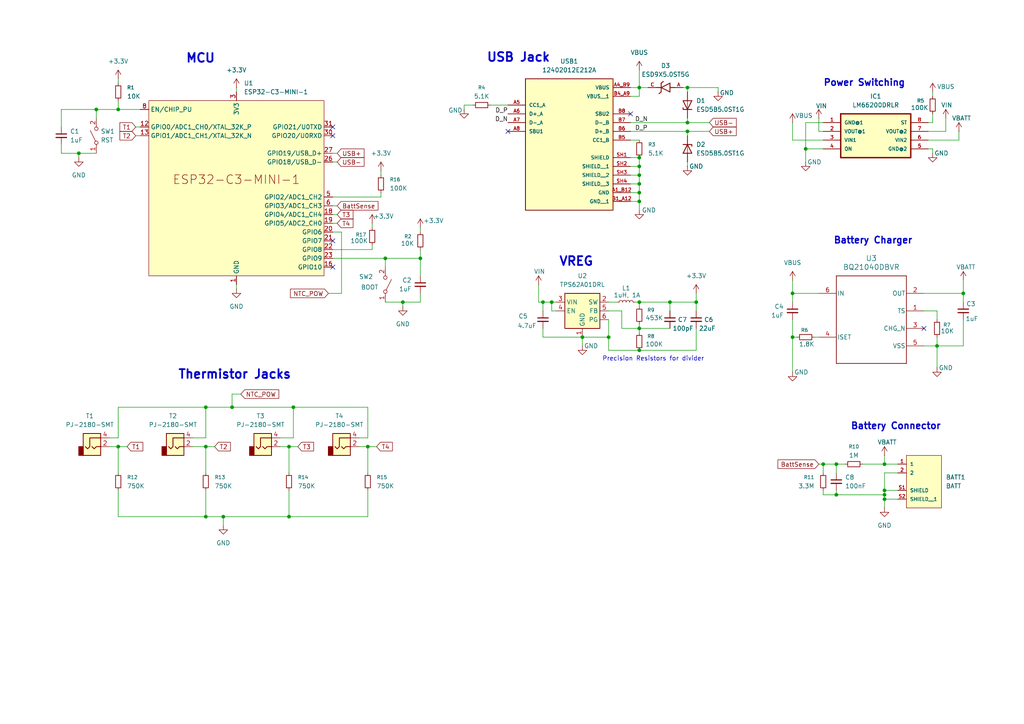
<source format=kicad_sch>
(kicad_sch (version 20250114) (generator "eeschema") (generator_version "9.0")
  (paper "A4")
  (lib_symbols
    (symbol "12402012E212A:12402012E212A" (pin_names (offset 1.016))
      (property "Reference" "J" (at -12.7 13.462 0))
      (property "Value" "12402012E212A" (at -12.7 -26.162 0))
      (symbol "12402012E212A_0_0"
        (rectangle (start -12.7 -25.4) (end 12.7 12.7) (stroke (width 0.254)) (fill (type background)))
        (pin bidirectional line (at -17.78 5.08 0) (length 5.08) (name "CC1_A") (number "A5"))
        (pin bidirectional line (at -17.78 2.54 0) (length 5.08) (name "D+_A") (number "A6"))
        (pin bidirectional line (at -17.78 0 0) (length 5.08) (name "D-_A") (number "A7"))
        (pin bidirectional line (at -17.78 -2.54 0) (length 5.08) (name "SBU1") (number "A8"))
        (pin power_in line (at 17.78 10.16 180) (length 5.08) (name "VBUS") (number "A4_B9"))
        (pin power_in line (at 17.78 7.62 180) (length 5.08) (name "VBUS__1") (number "B4_A9"))
        (pin bidirectional line (at 17.78 2.54 180) (length 5.08) (name "SBU2") (number "B8"))
        (pin bidirectional line (at 17.78 0 180) (length 5.08) (name "D-_B") (number "B7"))
        (pin bidirectional line (at 17.78 -2.54 180) (length 5.08) (name "D+_B") (number "B6"))
        (pin bidirectional line (at 17.78 -5.08 180) (length 5.08) (name "CC1_B") (number "B5"))
        (pin passive line (at 17.78 -10.16 180) (length 5.08) (name "SHIELD") (number "SH1"))
        (pin passive line (at 17.78 -12.7 180) (length 5.08) (name "SHIELD__1") (number "SH2"))
        (pin passive line (at 17.78 -15.24 180) (length 5.08) (name "SHIELD__2") (number "SH3"))
        (pin passive line (at 17.78 -17.78 180) (length 5.08) (name "SHIELD__3") (number "SH4"))
        (pin power_in line (at 17.78 -20.32 180) (length 5.08) (name "GND") (number "A1_B12"))
        (pin power_in line (at 17.78 -22.86 180) (length 5.08) (name "GND__1") (number "B1_A12"))
      )
    )
    (symbol "2025-09-29_23-17-21:BQ21040DBVR" (pin_names (offset 0.254))
      (property "Reference" "U" (at 0 2.54 0))
      (property "Value" "BQ21040DBVR" (at 0 0 0))
      (symbol "BQ21040DBVR_0_1"
        (polyline (pts (xy -10.16 12.7) (xy -10.16 -12.7)) (stroke (width 0.2032)))
        (polyline (pts (xy -10.16 -12.7) (xy 10.16 -12.7)) (stroke (width 0.2032)))
        (polyline (pts (xy 10.16 12.7) (xy -10.16 12.7)) (stroke (width 0.2032)))
        (polyline (pts (xy 10.16 -12.7) (xy 10.16 12.7)) (stroke (width 0.2032)))
        (pin power_in line (at -15.24 7.62 0) (length 5.08) (name "IN") (number "6"))
        (pin input line (at -15.24 -5.08 0) (length 5.08) (name "ISET") (number "4"))
        (pin power_in line (at 15.24 7.62 180) (length 5.08) (name "OUT") (number "2"))
        (pin input line (at 15.24 2.54 180) (length 5.08) (name "TS") (number "1"))
        (pin open_collector line (at 15.24 -2.54 180) (length 5.08) (name "CHG_N") (number "3"))
        (pin power_in line (at 15.24 -7.62 180) (length 5.08) (name "VSS") (number "5"))
      )
    )
    (symbol "AudioJack2_1"
      (property "Reference" "T1" (at -0.635 8.89 0))
      (property "Value" "PJ-2180-SMT" (at -0.635 6.35 0))
      (symbol "AudioJack2_1_0_1"
        (rectangle (start -3.81 0) (end -2.54 -2.54) (stroke (width 0.254)) (fill (type outline)))
        (rectangle (start -2.54 3.81) (end 2.54 -2.54) (stroke (width 0.254)) (fill (type background)))
        (polyline (pts (xy 0 0) (xy 0.635 -0.635) (xy 1.27 0) (xy 2.54 0)) (stroke (width 0.254)))
        (polyline (pts (xy 2.54 2.54) (xy -0.635 2.54) (xy -0.635 0) (xy -1.27 -0.635) (xy -1.905 0)) (stroke (width 0.254)))
      )
      (symbol "AudioJack2_1_1_1"
        (pin passive line (at 5.08 2.54 180) (length 2.54) (name "~") (number "4"))
        (pin passive line (at 5.08 0 180) (length 2.54) (name "~") (number "2"))
      )
    )
    (symbol "Device:C_Small" (pin_numbers (hide yes)) (pin_names (offset 0.254) (hide yes))
      (property "Reference" "C" (at 0.254 1.778 0))
      (property "Value" "C_Small" (at 0.254 -2.032 0))
      (symbol "C_Small_0_1"
        (polyline (pts (xy -1.524 0.508) (xy 1.524 0.508)) (stroke (width 0.3048)))
        (polyline (pts (xy -1.524 -0.508) (xy 1.524 -0.508)) (stroke (width 0.3302)))
      )
      (symbol "C_Small_1_1"
        (pin passive line (at 0 2.54 270) (length 2.032) (name "~") (number "1"))
        (pin passive line (at 0 -2.54 90) (length 2.032) (name "~") (number "2"))
      )
    )
    (symbol "Device:L_Small" (pin_numbers (hide yes)) (pin_names (offset 0.254) (hide yes))
      (property "Reference" "L" (at 0.762 1.016 0))
      (property "Value" "L_Small" (at 0.762 -1.016 0))
      (symbol "L_Small_0_1"
        (arc (start 0 2.032) (mid 0.5058 1.524) (end 0 1.016))
        (arc (start 0 1.016) (mid 0.5058 0.508) (end 0 0))
        (arc (start 0 0) (mid 0.5058 -0.508) (end 0 -1.016))
        (arc (start 0 -1.016) (mid 0.5058 -1.524) (end 0 -2.032))
      )
      (symbol "L_Small_1_1"
        (pin passive line (at 0 2.54 270) (length 0.508) (name "~") (number "1"))
        (pin passive line (at 0 -2.54 90) (length 0.508) (name "~") (number "2"))
      )
    )
    (symbol "Device:R_Small" (pin_numbers (hide yes)) (pin_names (offset 0.254) (hide yes))
      (property "Reference" "R" (at 0 0 90))
      (property "Value" "R_Small" (at 1.778 0 90))
      (symbol "R_Small_0_1"
        (rectangle (start -0.762 1.778) (end 0.762 -1.778) (stroke (width 0.2032)))
      )
      (symbol "R_Small_1_1"
        (pin passive line (at 0 2.54 270) (length 0.762) (name "~") (number "1"))
        (pin passive line (at 0 -2.54 90) (length 0.762) (name "~") (number "2"))
      )
    )
    (symbol "Diode:ESD5Zxx" (pin_numbers (hide yes)) (pin_names (hide yes))
      (property "Reference" "D" (at 0 2.54 0))
      (property "Value" "ESD5Zxx" (at 0 -2.54 0))
      (symbol "ESD5Zxx_0_1"
        (polyline (pts (xy -1.27 -1.27) (xy -1.27 1.27) (xy -0.762 1.27)) (stroke (width 0.254)))
        (polyline (pts (xy 1.27 0) (xy -1.27 0)))
        (polyline (pts (xy 1.27 -1.27) (xy 1.27 1.27) (xy -1.27 0) (xy 1.27 -1.27)) (stroke (width 0.254)))
      )
      (symbol "ESD5Zxx_1_1"
        (pin passive line (at -3.81 0 0) (length 2.54) (name "K") (number "1"))
        (pin passive line (at 3.81 0 180) (length 2.54) (name "A") (number "2"))
      )
    )
    (symbol "ESD9X5.0ST5G:ESD9X5.0ST5G" (pin_names (offset 1.016))
      (property "Reference" "D" (at -5.08 2.54 0))
      (property "Value" "ESD9X5.0ST5G" (at -5.08 -3.81 0))
      (symbol "ESD9X5.0ST5G_0_0"
        (polyline (pts (xy -2.54 0) (xy -1.27 0)) (stroke (width 0.254)))
        (polyline (pts (xy -1.27 1.27) (xy -1.27 0)) (stroke (width 0.254)))
        (polyline (pts (xy -1.27 0) (xy -1.27 -1.27)) (stroke (width 0.254)))
        (polyline (pts (xy -1.27 -1.27) (xy 1.27 0)) (stroke (width 0.254)))
        (polyline (pts (xy 1.27 1.27) (xy 1.27 0)) (stroke (width 0.254)))
        (polyline (pts (xy 1.27 0) (xy -1.27 1.27)) (stroke (width 0.254)))
        (polyline (pts (xy 1.27 0) (xy 1.27 -1.27)) (stroke (width 0.254)))
        (polyline (pts (xy 1.27 -1.27) (xy 0.635 -1.778)) (stroke (width 0.254)))
        (polyline (pts (xy 1.905 1.778) (xy 1.27 1.27)) (stroke (width 0.254)))
        (polyline (pts (xy 2.54 0) (xy 1.27 0)) (stroke (width 0.254)))
        (pin passive line (at -5.08 0 0) (length 2.54) (name "~") (number "A"))
        (pin passive line (at 5.08 0 180) (length 2.54) (name "~") (number "C"))
      )
    )
    (symbol "Espressif:ESP32-C3-MINI-1"
      (property "Reference" "U" (at -25.4 30.48 0))
      (property "Value" "ESP32-C3-MINI-1" (at -25.4 27.94 0))
      (symbol "ESP32-C3-MINI-1_0_0"
        (text "ESP32-C3-MINI-1" (at 0 2.54 0) (effects (font (size 2.54 2.54))))
      )
      (symbol "ESP32-C3-MINI-1_0_1"
        (rectangle (start -25.4 25.4) (end 25.4 -25.4) (fill (type background)))
      )
      (symbol "ESP32-C3-MINI-1_1_1"
        (pin input line (at -27.94 22.86 0) (length 2.54) (name "EN/CHIP_PU") (number "8"))
        (pin bidirectional line (at -27.94 17.78 0) (length 2.54) (name "GPIO0/ADC1_CH0/XTAL_32K_P") (number "12"))
        (pin bidirectional line (at -27.94 15.24 0) (length 2.54) (name "GPIO1/ADC1_CH1/XTAL_32K_N") (number "13"))
        (pin no_connect line (at -25.4 10.16 0) (length 2.54) (hide yes) (name "NC") (number "4"))
        (pin no_connect line (at -25.4 7.62 0) (length 2.54) (hide yes) (name "NC") (number "7"))
        (pin no_connect line (at -25.4 5.08 0) (length 2.54) (hide yes) (name "NC") (number "9"))
        (pin no_connect line (at -25.4 2.54 0) (length 2.54) (hide yes) (name "NC") (number "10"))
        (pin no_connect line (at -25.4 0 0) (length 2.54) (hide yes) (name "NC") (number "15"))
        (pin no_connect line (at -25.4 -2.54 0) (length 2.54) (hide yes) (name "NC") (number "17"))
        (pin no_connect line (at -25.4 -5.08 0) (length 2.54) (hide yes) (name "NC") (number "24"))
        (pin no_connect line (at -25.4 -7.62 0) (length 2.54) (hide yes) (name "NC") (number "25"))
        (pin no_connect line (at -25.4 -10.16 0) (length 2.54) (hide yes) (name "NC") (number "28"))
        (pin no_connect line (at -25.4 -12.7 0) (length 2.54) (hide yes) (name "NC") (number "29"))
        (pin no_connect line (at -25.4 -15.24 0) (length 2.54) (hide yes) (name "NC") (number "32"))
        (pin no_connect line (at -25.4 -17.78 0) (length 2.54) (hide yes) (name "NC") (number "33"))
        (pin no_connect line (at -25.4 -20.32 0) (length 2.54) (hide yes) (name "NC") (number "34"))
        (pin no_connect line (at -25.4 -22.86 0) (length 2.54) (hide yes) (name "NC") (number "35"))
        (pin power_in line (at 0 27.94 270) (length 2.54) (name "3V3") (number "3"))
        (pin power_in line (at 0 -27.94 90) (length 2.54) (name "GND") (number "1"))
        (pin passive line (at 0 -27.94 90) (length 2.54) (hide yes) (name "GND") (number "11"))
        (pin passive line (at 0 -27.94 90) (length 2.54) (hide yes) (name "GND") (number "14"))
        (pin passive line (at 0 -27.94 90) (length 2.54) (hide yes) (name "GND") (number "2"))
        (pin passive line (at 0 -27.94 90) (length 2.54) (hide yes) (name "GND") (number "36"))
        (pin passive line (at 0 -27.94 90) (length 2.54) (hide yes) (name "GND") (number "37"))
        (pin passive line (at 0 -27.94 90) (length 2.54) (hide yes) (name "GND") (number "38"))
        (pin passive line (at 0 -27.94 90) (length 2.54) (hide yes) (name "GND") (number "39"))
        (pin passive line (at 0 -27.94 90) (length 2.54) (hide yes) (name "GND") (number "40"))
        (pin passive line (at 0 -27.94 90) (length 2.54) (hide yes) (name "GND") (number "41"))
        (pin passive line (at 0 -27.94 90) (length 2.54) (hide yes) (name "GND") (number "42"))
        (pin passive line (at 0 -27.94 90) (length 2.54) (hide yes) (name "GND") (number "43"))
        (pin passive line (at 0 -27.94 90) (length 2.54) (hide yes) (name "GND") (number "44"))
        (pin passive line (at 0 -27.94 90) (length 2.54) (hide yes) (name "GND") (number "45"))
        (pin passive line (at 0 -27.94 90) (length 2.54) (hide yes) (name "GND") (number "46"))
        (pin passive line (at 0 -27.94 90) (length 2.54) (hide yes) (name "GND") (number "47"))
        (pin passive line (at 0 -27.94 90) (length 2.54) (hide yes) (name "GND") (number "48"))
        (pin passive line (at 0 -27.94 90) (length 2.54) (hide yes) (name "GND") (number "49"))
        (pin passive line (at 0 -27.94 90) (length 2.54) (hide yes) (name "GND") (number "50"))
        (pin passive line (at 0 -27.94 90) (length 2.54) (hide yes) (name "GND") (number "51"))
        (pin passive line (at 0 -27.94 90) (length 2.54) (hide yes) (name "GND") (number "52"))
        (pin passive line (at 0 -27.94 90) (length 2.54) (hide yes) (name "GND") (number "53"))
        (pin bidirectional line (at 27.94 17.78 180) (length 2.54) (name "GPIO21/U0TXD") (number "31"))
        (pin bidirectional line (at 27.94 15.24 180) (length 2.54) (name "GPIO20/U0RXD") (number "30"))
        (pin bidirectional line (at 27.94 10.16 180) (length 2.54) (name "GPIO19/USB_D+") (number "27"))
        (pin bidirectional line (at 27.94 7.62 180) (length 2.54) (name "GPIO18/USB_D-") (number "26"))
        (pin bidirectional line (at 27.94 -2.54 180) (length 2.54) (name "GPIO2/ADC1_CH2") (number "5"))
        (pin bidirectional line (at 27.94 -5.08 180) (length 2.54) (name "GPIO3/ADC1_CH3") (number "6"))
        (pin bidirectional line (at 27.94 -7.62 180) (length 2.54) (name "GPIO4/ADC1_CH4") (number "18"))
        (pin bidirectional line (at 27.94 -10.16 180) (length 2.54) (name "GPIO5/ADC2_CH0") (number "19"))
        (pin bidirectional line (at 27.94 -12.7 180) (length 2.54) (name "GPIO6") (number "20"))
        (pin bidirectional line (at 27.94 -15.24 180) (length 2.54) (name "GPIO7") (number "21"))
        (pin bidirectional line (at 27.94 -17.78 180) (length 2.54) (name "GPIO8") (number "22"))
        (pin bidirectional line (at 27.94 -20.32 180) (length 2.54) (name "GPIO9") (number "23"))
        (pin bidirectional line (at 27.94 -22.86 180) (length 2.54) (name "GPIO10") (number "16"))
      )
    )
    (symbol "LM66200DRLR:LM66200DRLR" (pin_names (offset 1.016))
      (property "Reference" "IC" (at -10.16 8.255 0))
      (property "Value" "LM66200DRLR" (at -10.16 -7.62 0))
      (symbol "LM66200DRLR_0_0"
        (rectangle (start -10.16 -5.08) (end 10.16 7.62) (stroke (width 0.4064)) (fill (type background)))
        (pin passive line (at -15.24 5.08 0) (length 5.08) (name "GND@1") (number "1"))
        (pin passive line (at -15.24 2.54 0) (length 5.08) (name "VOUT@1") (number "2"))
        (pin passive line (at -15.24 0 0) (length 5.08) (name "VIN1") (number "3"))
        (pin passive line (at -15.24 -2.54 0) (length 5.08) (name "ON") (number "4"))
        (pin passive line (at 15.24 5.08 180) (length 5.08) (name "ST") (number "8"))
        (pin passive line (at 15.24 2.54 180) (length 5.08) (name "VOUT@2") (number "7"))
        (pin passive line (at 15.24 0 180) (length 5.08) (name "VIN2") (number "6"))
        (pin passive line (at 15.24 -2.54 180) (length 5.08) (name "GND@2") (number "5"))
      )
    )
    (symbol "Regulator_Switching:TPS62A01DRL"
      (property "Reference" "U" (at -5.08 6.35 0))
      (property "Value" "TPS62A01DRL" (at 0 6.35 0))
      (symbol "TPS62A01DRL_0_1"
        (rectangle (start -5.08 5.08) (end 5.08 -5.08) (stroke (width 0.254)) (fill (type background)))
      )
      (symbol "TPS62A01DRL_1_1"
        (pin power_in line (at -7.62 2.54 0) (length 2.54) (name "VIN") (number "3"))
        (pin input line (at -7.62 0 0) (length 2.54) (name "EN") (number "4"))
        (pin power_in line (at 0 -7.62 90) (length 2.54) (name "GND") (number "1"))
        (pin power_out line (at 7.62 2.54 180) (length 2.54) (name "SW") (number "2"))
        (pin input line (at 7.62 0 180) (length 2.54) (name "FB") (number "5"))
        (pin open_collector line (at 7.62 -2.54 180) (length 2.54) (name "PG") (number "6"))
      )
    )
    (symbol "S2B-PH-SM4-TB_LF__SN_:S2B-PH-SM4-TB_LF__SN_" (pin_names (offset 1.016))
      (property "Reference" "J" (at -5.0829 5.5957 0))
      (property "Value" "S2B-PH-SM4-TB_LF__SN_" (at -5.0881 -11.9627 0))
      (symbol "S2B-PH-SM4-TB_LF__SN__0_0"
        (rectangle (start -5.08 -10.16) (end 5.08 5.08) (stroke (width 0.1524)) (fill (type background)))
        (pin passive line (at -7.62 2.54 0) (length 2.54) (name "1") (number "1"))
        (pin passive line (at -7.62 0 0) (length 2.54) (name "2") (number "2"))
        (pin passive line (at -7.62 -5.08 0) (length 2.54) (name "SHIELD") (number "S1"))
        (pin passive line (at -7.62 -7.62 0) (length 2.54) (name "SHIELD__1") (number "S2"))
      )
    )
    (symbol "Switch:SW_SPST" (pin_names (offset 0) (hide yes))
      (property "Reference" "SW" (at 0 3.175 0))
      (property "Value" "SW_SPST" (at 0 -2.54 0))
      (symbol "SW_SPST_0_0"
        (circle (center -2.032 0) (radius 0.508))
        (polyline (pts (xy -1.524 0.254) (xy 1.524 1.778)))
        (circle (center 2.032 0) (radius 0.508))
      )
      (symbol "SW_SPST_1_1"
        (pin passive line (at -5.08 0 0) (length 2.54) (name "A") (number "1"))
        (pin passive line (at 5.08 0 180) (length 2.54) (name "B") (number "2"))
      )
    )
    (symbol "power:+3.3V" (power) (pin_numbers (hide yes)) (pin_names (offset 0) (hide yes))
      (property "Value" "+3.3V" (at 0 3.556 0))
      (symbol "+3.3V_0_1"
        (polyline (pts (xy -0.762 1.27) (xy 0 2.54)))
        (polyline (pts (xy 0 2.54) (xy 0.762 1.27)))
        (polyline (pts (xy 0 0) (xy 0 2.54)))
      )
      (symbol "+3.3V_1_1"
        (pin power_in line (at 0 0 90) (length 0) (name "~") (number "1"))
      )
    )
    (symbol "power:GND" (power) (pin_numbers (hide yes)) (pin_names (offset 0) (hide yes))
      (property "Value" "GND" (at 0 -3.81 0))
      (symbol "GND_0_1"
        (polyline (pts (xy 0 0) (xy 0 -1.27) (xy 1.27 -1.27) (xy 0 -2.54) (xy -1.27 -1.27) (xy 0 -1.27)))
      )
      (symbol "GND_1_1"
        (pin power_in line (at 0 0 270) (length 0) (name "~") (number "1"))
      )
    )
    (symbol "power:VBUS" (power) (pin_numbers (hide yes)) (pin_names (offset 0) (hide yes))
      (property "Value" "VBUS" (at 0 3.556 0))
      (symbol "VBUS_0_1"
        (polyline (pts (xy -0.762 1.27) (xy 0 2.54)))
        (polyline (pts (xy 0 2.54) (xy 0.762 1.27)))
        (polyline (pts (xy 0 0) (xy 0 2.54)))
      )
      (symbol "VBUS_1_1"
        (pin power_in line (at 0 0 90) (length 0) (name "~") (number "1"))
      )
    )
    (symbol "power:VDD" (power) (pin_numbers (hide yes)) (pin_names (offset 0) (hide yes))
      (property "Value" "VDD" (at 0 3.556 0))
      (symbol "VDD_0_1"
        (polyline (pts (xy -0.762 1.27) (xy 0 2.54)))
        (polyline (pts (xy 0 2.54) (xy 0.762 1.27)))
        (polyline (pts (xy 0 0) (xy 0 2.54)))
      )
      (symbol "VDD_1_1"
        (pin power_in line (at 0 0 90) (length 0) (name "~") (number "1"))
      )
    )
  )
  (text "Thermistor Jacks" (at 68.072 108.712 0) (effects (font (size 2.54 2.54) (thickness 0.508) (bold yes))))
  (text "USB Jack" (at 150.368 16.764 0) (effects (font (size 2.54 2.54) (thickness 0.508) (bold yes))))
  (text "Battery Charger" (at 253.238 69.85 0) (effects (font (size 1.905 1.905) (thickness 0.381) (bold yes))))
  (text "VREG" (at 167.132 75.946 0) (effects (font (size 2.54 2.54) (thickness 0.508) (bold yes))))
  (text "MCU" (at 58.166 17.018 0) (effects (font (size 2.54 2.54) (thickness 0.508) (bold yes))))
  (text "Battery Connector" (at 259.842 123.698 0) (effects (font (size 1.905 1.905) (thickness 0.381) (bold yes))))
  (text "Precision Resistors for divider" (at 189.484 104.14 0) (effects (font (size 1.27 1.27))))
  (text "Power Switching\n" (at 250.698 24.13 0) (effects (font (size 1.905 1.905) (thickness 0.381) (bold yes))))
  (junction (at 279.4 85.09))
  (junction (at 27.94 31.75))
  (junction (at 157.48 87.63))
  (junction (at 242.57 134.62))
  (junction (at 199.39 35.56))
  (junction (at 185.42 48.26))
  (junction (at 185.42 58.42))
  (junction (at 238.76 134.62))
  (junction (at 185.42 95.25))
  (junction (at 199.39 38.1))
  (junction (at 67.31 118.11))
  (junction (at 176.53 97.79))
  (junction (at 256.54 144.78))
  (junction (at 229.87 97.79))
  (junction (at 185.42 45.72))
  (junction (at 256.54 143.51))
  (junction (at 185.42 25.4))
  (junction (at 111.76 74.93))
  (junction (at 185.42 53.34))
  (junction (at 85.09 118.11))
  (junction (at 185.42 50.8))
  (junction (at 242.57 143.51))
  (junction (at 83.82 149.86))
  (junction (at 121.92 74.93))
  (junction (at 59.69 149.86))
  (junction (at 168.91 97.79))
  (junction (at 64.77 149.86))
  (junction (at 194.31 87.63))
  (junction (at 59.69 129.54))
  (junction (at 201.93 87.63))
  (junction (at 34.29 31.75))
  (junction (at 116.84 87.63))
  (junction (at 106.68 129.54))
  (junction (at 233.68 43.18))
  (junction (at 256.54 142.24))
  (junction (at 83.82 129.54))
  (junction (at 59.69 118.11))
  (junction (at 256.54 134.62))
  (junction (at 271.78 100.33))
  (junction (at 199.39 25.4))
  (junction (at 185.42 101.6))
  (junction (at 160.02 87.63))
  (junction (at 22.86 44.45))
  (junction (at 34.29 129.54))
  (junction (at 185.42 87.63))
  (junction (at 229.87 85.09))
  (junction (at 185.42 55.88))
  (no_connect (at 182.88 33.02))
  (no_connect (at 96.52 39.37))
  (no_connect (at 96.52 36.83))
  (no_connect (at 267.97 95.25))
  (no_connect (at 147.32 38.1))
  (no_connect (at 96.52 77.47))
  (no_connect (at 96.52 69.85))
  (wire (pts (xy 55.88 129.54) (xy 59.69 129.54)))
  (wire (pts (xy 182.88 58.42) (xy 185.42 58.42)))
  (wire (pts (xy 238.76 143.51) (xy 242.57 143.51)))
  (wire (pts (xy 64.77 149.86) (xy 64.77 152.4)))
  (wire (pts (xy 270.51 35.56) (xy 269.24 35.56)))
  (wire (pts (xy 176.53 90.17) (xy 180.34 90.17)))
  (wire (pts (xy 237.49 38.1) (xy 238.76 38.1)))
  (wire (pts (xy 176.53 101.6) (xy 185.42 101.6)))
  (wire (pts (xy 269.24 43.18) (xy 270.51 43.18)))
  (wire (pts (xy 96.52 62.23) (xy 97.79 62.23)))
  (wire (pts (xy 59.69 118.11) (xy 67.31 118.11)))
  (wire (pts (xy 85.09 118.11) (xy 106.68 118.11)))
  (wire (pts (xy 185.42 95.25) (xy 194.31 95.25)))
  (wire (pts (xy 34.29 149.86) (xy 59.69 149.86)))
  (wire (pts (xy 229.87 85.09) (xy 237.49 85.09)))
  (wire (pts (xy 185.42 87.63) (xy 194.31 87.63)))
  (wire (pts (xy 81.28 129.54) (xy 83.82 129.54)))
  (wire (pts (xy 116.84 87.63) (xy 116.84 88.9)))
  (wire (pts (xy 279.4 81.28) (xy 279.4 85.09)))
  (wire (pts (xy 111.76 74.93) (xy 121.92 74.93)))
  (wire (pts (xy 256.54 134.62) (xy 260.35 134.62)))
  (wire (pts (xy 185.42 25.4) (xy 187.96 25.4)))
  (wire (pts (xy 260.35 137.16) (xy 256.54 137.16)))
  (wire (pts (xy 237.49 34.29) (xy 237.49 38.1)))
  (wire (pts (xy 233.68 43.18) (xy 238.76 43.18)))
  (wire (pts (xy 267.97 100.33) (xy 271.78 100.33)))
  (wire (pts (xy 185.42 87.63) (xy 185.42 88.9)))
  (wire (pts (xy 121.92 72.39) (xy 121.92 74.93)))
  (wire (pts (xy 83.82 142.24) (xy 83.82 149.86)))
  (wire (pts (xy 236.22 97.79) (xy 237.49 97.79)))
  (wire (pts (xy 229.87 97.79) (xy 231.14 97.79)))
  (wire (pts (xy 274.32 34.29) (xy 274.32 38.1)))
  (wire (pts (xy 199.39 38.1) (xy 205.74 38.1)))
  (wire (pts (xy 176.53 87.63) (xy 179.07 87.63)))
  (wire (pts (xy 96.52 44.45) (xy 97.79 44.45)))
  (wire (pts (xy 17.78 31.75) (xy 27.94 31.75)))
  (wire (pts (xy 31.75 127) (xy 34.29 127)))
  (wire (pts (xy 182.88 55.88) (xy 185.42 55.88)))
  (wire (pts (xy 182.88 45.72) (xy 185.42 45.72)))
  (wire (pts (xy 106.68 129.54) (xy 106.68 137.16)))
  (wire (pts (xy 238.76 137.16) (xy 238.76 134.62)))
  (wire (pts (xy 59.69 142.24) (xy 59.69 149.86)))
  (wire (pts (xy 267.97 90.17) (xy 271.78 90.17)))
  (wire (pts (xy 157.48 97.79) (xy 168.91 97.79)))
  (wire (pts (xy 106.68 127) (xy 104.14 127)))
  (wire (pts (xy 17.78 36.83) (xy 17.78 31.75)))
  (wire (pts (xy 96.52 64.77) (xy 97.79 64.77)))
  (wire (pts (xy 59.69 127) (xy 59.69 118.11)))
  (wire (pts (xy 59.69 149.86) (xy 64.77 149.86)))
  (wire (pts (xy 182.88 38.1) (xy 199.39 38.1)))
  (wire (pts (xy 111.76 74.93) (xy 111.76 77.47)))
  (wire (pts (xy 107.95 64.77) (xy 107.95 66.04)))
  (wire (pts (xy 182.88 35.56) (xy 199.39 35.56)))
  (wire (pts (xy 278.13 40.64) (xy 269.24 40.64)))
  (wire (pts (xy 180.34 95.25) (xy 185.42 95.25)))
  (wire (pts (xy 64.77 149.86) (xy 83.82 149.86)))
  (wire (pts (xy 185.42 50.8) (xy 185.42 53.34)))
  (wire (pts (xy 104.14 129.54) (xy 106.68 129.54)))
  (wire (pts (xy 185.42 45.72) (xy 185.42 48.26)))
  (wire (pts (xy 185.42 93.98) (xy 185.42 95.25)))
  (wire (pts (xy 34.29 127) (xy 34.29 118.11)))
  (wire (pts (xy 156.21 87.63) (xy 157.48 87.63)))
  (wire (pts (xy 199.39 35.56) (xy 205.74 35.56)))
  (wire (pts (xy 185.42 55.88) (xy 185.42 58.42)))
  (wire (pts (xy 229.87 92.71) (xy 229.87 97.79)))
  (wire (pts (xy 237.49 134.62) (xy 238.76 134.62)))
  (wire (pts (xy 271.78 100.33) (xy 271.78 106.68)))
  (wire (pts (xy 55.88 127) (xy 59.69 127)))
  (wire (pts (xy 31.75 129.54) (xy 34.29 129.54)))
  (wire (pts (xy 184.15 87.63) (xy 185.42 87.63)))
  (wire (pts (xy 185.42 20.32) (xy 185.42 25.4)))
  (wire (pts (xy 199.39 34.29) (xy 199.39 35.56)))
  (wire (pts (xy 182.88 50.8) (xy 185.42 50.8)))
  (wire (pts (xy 34.29 118.11) (xy 59.69 118.11)))
  (wire (pts (xy 194.31 87.63) (xy 194.31 90.17)))
  (wire (pts (xy 208.28 26.67) (xy 208.28 25.4)))
  (wire (pts (xy 250.19 134.62) (xy 256.54 134.62)))
  (wire (pts (xy 111.76 87.63) (xy 116.84 87.63)))
  (wire (pts (xy 238.76 134.62) (xy 242.57 134.62)))
  (wire (pts (xy 83.82 129.54) (xy 86.36 129.54)))
  (wire (pts (xy 59.69 129.54) (xy 62.23 129.54)))
  (wire (pts (xy 279.4 100.33) (xy 271.78 100.33)))
  (wire (pts (xy 256.54 142.24) (xy 260.35 142.24)))
  (wire (pts (xy 22.86 44.45) (xy 22.86 45.72)))
  (wire (pts (xy 176.53 97.79) (xy 176.53 92.71)))
  (wire (pts (xy 27.94 31.75) (xy 27.94 34.29)))
  (wire (pts (xy 39.37 36.83) (xy 40.64 36.83)))
  (wire (pts (xy 267.97 85.09) (xy 279.4 85.09)))
  (wire (pts (xy 176.53 101.6) (xy 176.53 97.79)))
  (wire (pts (xy 156.21 82.55) (xy 156.21 87.63)))
  (wire (pts (xy 256.54 142.24) (xy 256.54 143.51)))
  (wire (pts (xy 106.68 142.24) (xy 106.68 149.86)))
  (wire (pts (xy 229.87 87.63) (xy 229.87 85.09)))
  (wire (pts (xy 201.93 87.63) (xy 201.93 85.09)))
  (wire (pts (xy 121.92 85.09) (xy 121.92 87.63)))
  (wire (pts (xy 242.57 134.62) (xy 245.11 134.62)))
  (wire (pts (xy 201.93 87.63) (xy 201.93 90.17)))
  (wire (pts (xy 242.57 143.51) (xy 256.54 143.51)))
  (wire (pts (xy 278.13 38.1) (xy 278.13 40.64)))
  (wire (pts (xy 157.48 87.63) (xy 160.02 87.63)))
  (wire (pts (xy 34.29 129.54) (xy 36.83 129.54)))
  (wire (pts (xy 199.39 25.4) (xy 199.39 26.67)))
  (wire (pts (xy 99.06 85.09) (xy 99.06 67.31)))
  (wire (pts (xy 69.85 114.3) (xy 67.31 114.3)))
  (wire (pts (xy 34.29 29.21) (xy 34.29 31.75)))
  (wire (pts (xy 229.87 97.79) (xy 229.87 107.95)))
  (wire (pts (xy 134.62 31.75) (xy 134.62 30.48)))
  (wire (pts (xy 17.78 44.45) (xy 22.86 44.45)))
  (wire (pts (xy 40.64 31.75) (xy 34.29 31.75)))
  (wire (pts (xy 34.29 129.54) (xy 34.29 137.16)))
  (wire (pts (xy 199.39 38.1) (xy 199.39 39.37)))
  (wire (pts (xy 201.93 95.25) (xy 201.93 101.6)))
  (wire (pts (xy 85.09 127) (xy 85.09 118.11)))
  (wire (pts (xy 106.68 129.54) (xy 109.22 129.54)))
  (wire (pts (xy 96.52 46.99) (xy 97.79 46.99)))
  (wire (pts (xy 182.88 27.94) (xy 185.42 27.94)))
  (wire (pts (xy 199.39 46.99) (xy 199.39 48.26)))
  (wire (pts (xy 271.78 97.79) (xy 271.78 100.33)))
  (wire (pts (xy 182.88 48.26) (xy 185.42 48.26)))
  (wire (pts (xy 201.93 101.6) (xy 185.42 101.6)))
  (wire (pts (xy 229.87 81.28) (xy 229.87 85.09)))
  (wire (pts (xy 208.28 25.4) (xy 199.39 25.4)))
  (wire (pts (xy 121.92 66.04) (xy 121.92 67.31)))
  (wire (pts (xy 271.78 90.17) (xy 271.78 92.71)))
  (wire (pts (xy 180.34 90.17) (xy 180.34 95.25)))
  (wire (pts (xy 99.06 85.09) (xy 95.25 85.09)))
  (wire (pts (xy 185.42 53.34) (xy 185.42 55.88)))
  (wire (pts (xy 256.54 144.78) (xy 256.54 147.32)))
  (wire (pts (xy 198.12 25.4) (xy 199.39 25.4)))
  (wire (pts (xy 185.42 48.26) (xy 185.42 50.8)))
  (wire (pts (xy 39.37 39.37) (xy 40.64 39.37)))
  (wire (pts (xy 110.49 57.15) (xy 110.49 55.88)))
  (wire (pts (xy 96.52 67.31) (xy 99.06 67.31)))
  (wire (pts (xy 107.95 71.12) (xy 107.95 72.39)))
  (wire (pts (xy 233.68 43.18) (xy 233.68 46.99)))
  (wire (pts (xy 270.51 43.18) (xy 270.51 44.45)))
  (wire (pts (xy 34.29 22.86) (xy 34.29 24.13)))
  (wire (pts (xy 256.54 132.08) (xy 256.54 134.62)))
  (wire (pts (xy 182.88 53.34) (xy 185.42 53.34)))
  (wire (pts (xy 17.78 41.91) (xy 17.78 44.45)))
  (wire (pts (xy 81.28 127) (xy 85.09 127)))
  (wire (pts (xy 185.42 25.4) (xy 182.88 25.4)))
  (wire (pts (xy 68.58 82.55) (xy 68.58 83.82)))
  (wire (pts (xy 229.87 35.56) (xy 229.87 40.64)))
  (wire (pts (xy 194.31 87.63) (xy 201.93 87.63)))
  (wire (pts (xy 274.32 38.1) (xy 269.24 38.1)))
  (wire (pts (xy 185.42 95.25) (xy 185.42 96.52)))
  (wire (pts (xy 270.51 33.02) (xy 270.51 35.56)))
  (wire (pts (xy 68.58 25.4) (xy 68.58 26.67)))
  (wire (pts (xy 185.42 58.42) (xy 185.42 60.96)))
  (wire (pts (xy 83.82 129.54) (xy 83.82 137.16)))
  (wire (pts (xy 34.29 142.24) (xy 34.29 149.86)))
  (wire (pts (xy 242.57 134.62) (xy 242.57 137.16)))
  (wire (pts (xy 27.94 44.45) (xy 22.86 44.45)))
  (wire (pts (xy 67.31 118.11) (xy 85.09 118.11)))
  (wire (pts (xy 238.76 35.56) (xy 233.68 35.56)))
  (wire (pts (xy 270.51 26.67) (xy 270.51 27.94)))
  (wire (pts (xy 182.88 40.64) (xy 185.42 40.64)))
  (wire (pts (xy 27.94 31.75) (xy 34.29 31.75)))
  (wire (pts (xy 110.49 49.53) (xy 110.49 50.8)))
  (wire (pts (xy 121.92 87.63) (xy 116.84 87.63)))
  (wire (pts (xy 233.68 35.56) (xy 233.68 43.18)))
  (wire (pts (xy 160.02 90.17) (xy 160.02 87.63)))
  (wire (pts (xy 256.54 144.78) (xy 260.35 144.78)))
  (wire (pts (xy 157.48 95.25) (xy 157.48 97.79)))
  (wire (pts (xy 121.92 80.01) (xy 121.92 74.93)))
  (wire (pts (xy 238.76 142.24) (xy 238.76 143.51)))
  (wire (pts (xy 279.4 85.09) (xy 279.4 87.63)))
  (wire (pts (xy 134.62 30.48) (xy 137.16 30.48)))
  (wire (pts (xy 229.87 40.64) (xy 238.76 40.64)))
  (wire (pts (xy 142.24 30.48) (xy 147.32 30.48)))
  (wire (pts (xy 83.82 149.86) (xy 106.68 149.86)))
  (wire (pts (xy 256.54 143.51) (xy 256.54 144.78)))
  (wire (pts (xy 106.68 118.11) (xy 106.68 127)))
  (wire (pts (xy 279.4 92.71) (xy 279.4 100.33)))
  (wire (pts (xy 242.57 142.24) (xy 242.57 143.51)))
  (wire (pts (xy 59.69 129.54) (xy 59.69 137.16)))
  (wire (pts (xy 161.29 90.17) (xy 160.02 90.17)))
  (wire (pts (xy 96.52 57.15) (xy 110.49 57.15)))
  (wire (pts (xy 168.91 97.79) (xy 176.53 97.79)))
  (wire (pts (xy 67.31 114.3) (xy 67.31 118.11)))
  (wire (pts (xy 96.52 59.69) (xy 97.79 59.69)))
  (wire (pts (xy 160.02 87.63) (xy 161.29 87.63)))
  (wire (pts (xy 96.52 72.39) (xy 107.95 72.39)))
  (wire (pts (xy 185.42 27.94) (xy 185.42 25.4)))
  (wire (pts (xy 157.48 87.63) (xy 157.48 90.17)))
  (wire (pts (xy 96.52 74.93) (xy 111.76 74.93)))
  (wire (pts (xy 256.54 137.16) (xy 256.54 142.24)))
  (wire (pts (xy 168.91 97.79) (xy 168.91 100.33)))
  (label "D_N" (at 147.32 35.56 180))
  (label "D_P" (at 184.15 38.1 0))
  (label "D_P" (at 147.32 33.02 180))
  (label "D_N" (at 184.15 35.56 0))
  (global_label "T2" (shape input) (at 39.37 39.37 180) (property "Intersheetrefs" "${INTERSHEET_REFS}" (effects (hide yes))))
  (global_label "T4" (shape input) (at 97.79 64.77 0) (property "Intersheetrefs" "${INTERSHEET_REFS}" (effects (hide yes))))
  (global_label "NTC_POW" (shape input) (at 95.25 85.09 180) (property "Intersheetrefs" "${INTERSHEET_REFS}" (effects (hide yes))))
  (global_label "BattSense" (shape input) (at 97.79 59.69 0) (property "Intersheetrefs" "${INTERSHEET_REFS}" (effects (hide yes))))
  (global_label "USB-" (shape input) (at 205.74 35.56 0) (property "Intersheetrefs" "${INTERSHEET_REFS}" (effects (hide yes))))
  (global_label "T4" (shape input) (at 109.22 129.54 0) (property "Intersheetrefs" "${INTERSHEET_REFS}" (effects (hide yes))))
  (global_label "T3" (shape input) (at 86.36 129.54 0) (property "Intersheetrefs" "${INTERSHEET_REFS}" (effects (hide yes))))
  (global_label "USB-" (shape input) (at 97.79 46.99 0) (property "Intersheetrefs" "${INTERSHEET_REFS}" (effects (hide yes))))
  (global_label "BattSense" (shape input) (at 237.49 134.62 180) (property "Intersheetrefs" "${INTERSHEET_REFS}" (effects (hide yes))))
  (global_label "T1" (shape input) (at 39.37 36.83 180) (property "Intersheetrefs" "${INTERSHEET_REFS}" (effects (hide yes))))
  (global_label "T3" (shape input) (at 97.79 62.23 0) (property "Intersheetrefs" "${INTERSHEET_REFS}" (effects (hide yes))))
  (global_label "T2" (shape input) (at 62.23 129.54 0) (property "Intersheetrefs" "${INTERSHEET_REFS}" (effects (hide yes))))
  (global_label "USB+" (shape input) (at 97.79 44.45 0) (property "Intersheetrefs" "${INTERSHEET_REFS}" (effects (hide yes))))
  (global_label "NTC_POW" (shape input) (at 69.85 114.3 0) (property "Intersheetrefs" "${INTERSHEET_REFS}" (effects (hide yes))))
  (global_label "USB+" (shape input) (at 205.74 38.1 0) (property "Intersheetrefs" "${INTERSHEET_REFS}" (effects (hide yes))))
  (global_label "T1" (shape input) (at 36.83 129.54 0) (property "Intersheetrefs" "${INTERSHEET_REFS}" (effects (hide yes))))
  (symbol (lib_id "power:GND") (at 199.39 48.26 0) (unit 1)
    (property "Reference" "#PWR011" (effects (hide yes)))
    (property "Value" "GND" (at 201.93 48.26 0))
    (property "Description" "Power symbol creates a global label with name \"GND\" , ground" (effects (hide yes)))
  )
  (symbol (lib_id "Device:C_Small") (at 157.48 92.71 0) (mirror y) (unit 1)
    (property "Reference" "C5" (at 150.368 91.694 0) (effects (justify right)))
    (property "Value" "4.7uF" (at 150.114 94.488 0) (effects (justify right)))
    (property "Footprint" "Capacitor_SMD:C_0603_1608Metric" (effects (hide yes)))
    (property "Description" "Unpolarized capacitor, small symbol" (effects (hide yes)))
  )
  (symbol (lib_id "power:GND") (at 64.77 152.4 0) (mirror y) (unit 1)
    (property "Reference" "#PWR028" (effects (hide yes)))
    (property "Value" "GND" (at 64.77 157.48 0))
    (property "Description" "Power symbol creates a global label with name \"GND\" , ground" (effects (hide yes)))
  )
  (symbol (lib_id "Device:R_Small") (at 106.68 139.7 0) (mirror y) (unit 1)
    (property "Reference" "R15" (at 109.22 138.4299 0) (effects (font (size 1.016 1.016)) (justify right)))
    (property "Value" "750K" (at 109.22 140.9699 0) (effects (justify right)))
    (property "Footprint" "Resistor_SMD:R_0603_1608Metric" (effects (hide yes)))
    (property "Description" "Resistor, small symbol" (effects (hide yes)))
  )
  (symbol (lib_id "Device:C_Small") (at 194.31 92.71 0) (mirror y) (unit 1)
    (property "Reference" "C7" (at 196.596 92.71 0) (effects (justify right)))
    (property "Value" "100pF" (at 195.072 95.25 0) (effects (justify right)))
    (property "Footprint" "Capacitor_SMD:C_0603_1608Metric" (effects (hide yes)))
    (property "Description" "Unpolarized capacitor, small symbol" (effects (hide yes)))
  )
  (symbol (lib_id "Device:R_Small") (at 83.82 139.7 0) (mirror y) (unit 1)
    (property "Reference" "R14" (at 86.36 138.4299 0) (effects (font (size 1.016 1.016)) (justify right)))
    (property "Value" "750K" (at 86.36 140.9699 0) (effects (justify right)))
    (property "Footprint" "Resistor_SMD:R_0603_1608Metric" (effects (hide yes)))
    (property "Description" "Resistor, small symbol" (effects (hide yes)))
  )
  (symbol (lib_id "power:+3.3V") (at 110.49 49.53 0) (mirror y) (unit 1)
    (property "Reference" "#PWR029" (effects (hide yes)))
    (property "Value" "+3.3V" (at 110.49 44.45 0))
    (property "Description" "Power symbol creates a global label with name \"+3.3V\"" (effects (hide yes)))
  )
  (symbol (lib_id "Device:R_Small") (at 110.49 53.34 0) (mirror y) (unit 1)
    (property "Reference" "R16" (at 113.03 52.0699 0) (effects (font (size 1.016 1.016)) (justify right)))
    (property "Value" "100K" (at 113.03 54.6099 0) (effects (justify right)))
    (property "Footprint" "Resistor_SMD:R_0603_1608Metric" (effects (hide yes)))
    (property "Description" "Resistor, small symbol" (effects (hide yes)))
  )
  (symbol (lib_id "power:GND") (at 68.58 83.82 0) (unit 1)
    (property "Reference" "#PWR02" (effects (hide yes)))
    (property "Value" "GND" (at 68.58 88.9 0))
    (property "Description" "Power symbol creates a global label with name \"GND\" , ground" (effects (hide yes)))
  )
  (symbol (lib_id "power:+3.3V") (at 34.29 22.86 0) (unit 1)
    (property "Reference" "#PWR03" (effects (hide yes)))
    (property "Value" "+3.3V" (at 34.29 17.78 0))
    (property "Description" "Power symbol creates a global label with name \"+3.3V\"" (effects (hide yes)))
  )
  (symbol (lib_id "power:GND") (at 208.28 26.67 0) (unit 1)
    (property "Reference" "#PWR08" (effects (hide yes)))
    (property "Value" "GND" (at 210.82 26.924 0))
    (property "Description" "Power symbol creates a global label with name \"GND\" , ground" (effects (hide yes)))
  )
  (symbol (lib_id "Regulator_Switching:TPS62A01DRL") (at 168.91 90.17 0) (unit 1)
    (property "Reference" "U2" (at 168.91 80.01 0))
    (property "Value" "TPS62A01DRL" (at 168.91 82.55 0))
    (property "Footprint" "Package_TO_SOT_SMD:SOT-563" (effects (hide yes)))
    (property "Datasheet" "https://www.ti.com/lit/gpn/tps62a01" (effects (hide yes)))
    (property "Description" "High Efficiency Synchronous Buck Converter, Adjustable Output 0.6V-5.5V, 1A, Power Good, Enable, SOT-563" (effects (hide yes)))
  )
  (symbol (lib_id "Device:R_Small") (at 185.42 91.44 0) (unit 1)
    (property "Reference" "R9" (at 187.706 89.916 0) (effects (font (size 1.016 1.016)) (justify left)))
    (property "Value" "453K" (at 187.198 92.202 0) (effects (justify left)))
    (property "Footprint" "Resistor_SMD:R_0603_1608Metric" (effects (hide yes)))
    (property "Description" "Resistor, small symbol" (effects (hide yes)))
  )
  (symbol (lib_id "Device:C_Small") (at 229.87 90.17 0) (mirror y) (unit 1)
    (property "Reference" "C4" (at 227.33 88.9062 0) (effects (justify left)))
    (property "Value" "1uF" (at 227.33 91.4462 0) (effects (justify left)))
    (property "Footprint" "Capacitor_SMD:C_0603_1608Metric" (effects (hide yes)))
    (property "Description" "Unpolarized capacitor, small symbol" (effects (hide yes)))
  )
  (symbol (lib_name "AudioJack2_1") (lib_id "Connector_Audio:AudioJack2") (at 99.06 129.54 0) (unit 1)
    (property "Reference" "T4" (at 98.425 120.65 0))
    (property "Value" "PJ-2180-SMT" (at 98.425 123.19 0))
    (property "Footprint" "Custom:AUDIO-SMD_XKB_PJ-2180-SMT" (effects (hide yes)))
    (property "Description" "Audio Jack, 2 Poles (Mono / TS)" (effects (hide yes)))
  )
  (symbol (lib_id "Device:C_Small") (at 121.92 82.55 0) (mirror y) (unit 1)
    (property "Reference" "C2" (at 119.38 81.2862 0) (effects (justify left)))
    (property "Value" "1uF" (at 119.38 83.8262 0) (effects (justify left)))
    (property "Footprint" "Capacitor_SMD:C_0603_1608Metric" (effects (hide yes)))
    (property "Description" "Unpolarized capacitor, small symbol" (effects (hide yes)))
  )
  (symbol (lib_id "power:VBUS") (at 185.42 20.32 0) (unit 1)
    (property "Reference" "#PWR07" (effects (hide yes)))
    (property "Value" "VBUS" (at 185.42 15.24 0))
    (property "Description" "Power symbol creates a global label with name \"VBUS\"" (effects (hide yes)))
  )
  (symbol (lib_id "Device:R_Small") (at 271.78 95.25 0) (unit 1)
    (property "Reference" "R7" (at 273.558 94.234 0) (effects (font (size 1.016 1.016)) (justify left)))
    (property "Value" "10K" (at 272.796 96.012 0) (effects (justify left)))
    (property "Footprint" "Resistor_SMD:R_0603_1608Metric" (effects (hide yes)))
    (property "Description" "Resistor, small symbol" (effects (hide yes)))
  )
  (symbol (lib_id "power:VBUS") (at 256.54 132.08 0) (unit 1)
    (property "Reference" "#PWR026" (effects (hide yes)))
    (property "Value" "VBATT" (at 257.302 128.27 0))
    (property "Description" "Power symbol creates a global label with name \"VBUS\"" (effects (hide yes)))
  )
  (symbol (lib_id "Device:C_Small") (at 279.4 90.17 0) (mirror y) (unit 1)
    (property "Reference" "C3" (at 282.956 88.138 0) (effects (justify left)))
    (property "Value" "1uF" (at 283.718 92.456 0) (effects (justify left)))
    (property "Footprint" "Capacitor_SMD:C_0603_1608Metric" (effects (hide yes)))
    (property "Description" "Unpolarized capacitor, small symbol" (effects (hide yes)))
  )
  (symbol (lib_id "Device:R_Small") (at 34.29 26.67 0) (unit 1)
    (property "Reference" "R1" (at 36.83 25.3999 0) (effects (font (size 1.016 1.016)) (justify left)))
    (property "Value" "10K" (at 36.83 27.9399 0) (effects (justify left)))
    (property "Footprint" "Resistor_SMD:R_0603_1608Metric" (effects (hide yes)))
    (property "Description" "Resistor, small symbol" (effects (hide yes)))
  )
  (symbol (lib_id "power:GND") (at 22.86 45.72 0) (unit 1)
    (property "Reference" "#PWR04" (effects (hide yes)))
    (property "Value" "GND" (at 22.86 50.8 0))
    (property "Description" "Power symbol creates a global label with name \"GND\" , ground" (effects (hide yes)))
  )
  (symbol (lib_id "Device:R_Small") (at 139.7 30.48 90) (unit 1)
    (property "Reference" "R4" (at 139.7 25.4 90) (effects (font (size 1.016 1.016))))
    (property "Value" "5.1K" (at 139.7 27.94 90))
    (property "Footprint" "Resistor_SMD:R_0603_1608Metric" (effects (hide yes)))
    (property "Description" "Resistor, small symbol" (effects (hide yes)))
  )
  (symbol (lib_id "Device:R_Small") (at 238.76 139.7 0) (mirror x) (unit 1)
    (property "Reference" "R11" (at 236.22 138.4299 0) (effects (font (size 1.016 1.016)) (justify right)))
    (property "Value" "3.3M" (at 236.22 140.9699 0) (effects (justify right)))
    (property "Footprint" "Resistor_SMD:R_0603_1608Metric" (effects (hide yes)))
    (property "Description" "Resistor, small symbol" (effects (hide yes)))
  )
  (symbol (lib_id "power:+3.3V") (at 107.95 64.77 0) (mirror y) (unit 1)
    (property "Reference" "#PWR030" (effects (hide yes)))
    (property "Value" "+3.3V" (at 111.252 62.738 0))
    (property "Description" "Power symbol creates a global label with name \"+3.3V\"" (effects (hide yes)))
  )
  (symbol (lib_name "AudioJack2_1") (lib_id "Connector_Audio:AudioJack2") (at 26.67 129.54 0) (unit 1)
    (property "Reference" "T1" (at 26.035 120.65 0))
    (property "Value" "PJ-2180-SMT" (at 26.035 123.19 0))
    (property "Footprint" "Custom:AUDIO-SMD_XKB_PJ-2180-SMT" (effects (hide yes)))
    (property "Description" "Audio Jack, 2 Poles (Mono / TS)" (effects (hide yes)))
  )
  (symbol (lib_id "power:GND") (at 271.78 106.68 0) (unit 1)
    (property "Reference" "#PWR021" (effects (hide yes)))
    (property "Value" "GND" (at 274.32 106.68 0))
    (property "Description" "Power symbol creates a global label with name \"GND\" , ground" (effects (hide yes)))
  )
  (symbol (lib_id "Device:R_Small") (at 185.42 99.06 0) (unit 1)
    (property "Reference" "R8" (at 187.706 97.536 0) (effects (font (size 1.016 1.016)) (justify left)))
    (property "Value" "100K" (at 187.198 99.822 0) (effects (justify left)))
    (property "Footprint" "Resistor_SMD:R_0603_1608Metric" (effects (hide yes)))
    (property "Description" "Resistor, small symbol" (effects (hide yes)))
  )
  (symbol (lib_id "power:GND") (at 116.84 88.9 0) (mirror y) (unit 1)
    (property "Reference" "#PWR05" (effects (hide yes)))
    (property "Value" "GND" (at 116.84 93.98 0))
    (property "Description" "Power symbol creates a global label with name \"GND\" , ground" (effects (hide yes)))
  )
  (symbol (lib_id "power:VBUS") (at 229.87 81.28 0) (unit 1)
    (property "Reference" "#PWR019" (effects (hide yes)))
    (property "Value" "VBUS" (at 229.87 76.2 0))
    (property "Description" "Power symbol creates a global label with name \"VBUS\"" (effects (hide yes)))
  )
  (symbol (lib_id "LM66200DRLR:LM66200DRLR") (at 254 40.64 0) (unit 1)
    (property "Reference" "IC1" (at 254 27.94 0))
    (property "Value" "LM66200DRLR" (at 254 30.48 0))
    (property "Footprint" "Custom:SOT8" (effects (hide yes)))
    (property "MF" "Texas Instruments" (effects (hide yes)))
    (property "Description_1" "1.6-V to 5.5-V, 40-mΩ, 2.5-A, low-IQ, dual ideal diode" (effects (hide yes)))
    (property "Package" "None" (effects (hide yes)))
    (property "Price" "None" (effects (hide yes)))
    (property "SnapEDA_Link" "https://www.snapeda.com/parts/LM66200DRLR/Texas+Instruments/view-part/?ref=snap" (effects (hide yes)))
    (property "MP" "LM66200DRLR" (effects (hide yes)))
    (property "Availability" "In Stock" (effects (hide yes)))
    (property "Check_prices" "https://www.snapeda.com/parts/LM66200DRLR/Texas+Instruments/view-part/?ref=eda" (effects (hide yes)))
  )
  (symbol (lib_id "ESD9X5.0ST5G:ESD9X5.0ST5G") (at 193.04 25.4 180) (unit 1)
    (property "Reference" "D3" (at 193.04 19.05 0))
    (property "Value" "ESD9X5.0ST5G" (at 193.04 21.59 0))
    (property "Footprint" "Custom:SODFL1006X43N" (effects (hide yes)))
    (property "MF" "onsemi" (effects (hide yes)))
    (property "Description_1" "12.3V Clamp 8.7A (8/20µs) Ipp Tvs Diode Surface Mount SOD-923" (effects (hide yes)))
    (property "Package" "SOD-923-2 ON Semiconductor" (effects (hide yes)))
    (property "Price" "None" (effects (hide yes)))
    (property "Check_prices" "https://www.snapeda.com/parts/ESD9X5.0ST5G/Onsemi/view-part/?ref=eda" (effects (hide yes)))
    (property "STANDARD" "IPC-7351B" (effects (hide yes)))
    (property "PARTREV" "8" (effects (hide yes)))
    (property "SnapEDA_Link" "https://www.snapeda.com/parts/ESD9X5.0ST5G/Onsemi/view-part/?ref=snap" (effects (hide yes)))
    (property "MP" "ESD9X5.0ST5G" (effects (hide yes)))
    (property "Availability" "In Stock" (effects (hide yes)))
    (property "MANUFACTURER" "On semiconductor" (effects (hide yes)))
  )
  (symbol (lib_id "Switch:SW_SPST") (at 111.76 82.55 270) (mirror x) (unit 1)
    (property "Reference" "SW2" (at 108.204 80.264 90) (effects (justify right)))
    (property "Value" "BOOT" (at 104.648 83.312 90) (effects (justify left)))
    (property "Footprint" "Custom:SW_TS-1088-AR02016" (effects (hide yes)))
    (property "Description" "Single Pole Single Throw (SPST) switch" (effects (hide yes)))
  )
  (symbol (lib_name "AudioJack2_1") (lib_id "Connector_Audio:AudioJack2") (at 50.8 129.54 0) (unit 1)
    (property "Reference" "T2" (at 50.165 120.65 0))
    (property "Value" "PJ-2180-SMT" (at 50.165 123.19 0))
    (property "Footprint" "Custom:AUDIO-SMD_XKB_PJ-2180-SMT" (effects (hide yes)))
    (property "Description" "Audio Jack, 2 Poles (Mono / TS)" (effects (hide yes)))
  )
  (symbol (lib_id "power:+3.3V") (at 68.58 25.4 0) (unit 1)
    (property "Reference" "#PWR01" (effects (hide yes)))
    (property "Value" "+3.3V" (at 68.58 20.32 0))
    (property "Description" "Power symbol creates a global label with name \"+3.3V\"" (effects (hide yes)))
  )
  (symbol (lib_id "power:GND") (at 185.42 60.96 0) (unit 1)
    (property "Reference" "#PWR09" (effects (hide yes)))
    (property "Value" "GND" (at 188.214 60.96 0))
    (property "Description" "Power symbol creates a global label with name \"GND\" , ground" (effects (hide yes)))
  )
  (symbol (lib_id "power:VBUS") (at 278.13 38.1 0) (unit 1)
    (property "Reference" "#PWR017" (effects (hide yes)))
    (property "Value" "VBATT" (at 278.892 34.29 0))
    (property "Description" "Power symbol creates a global label with name \"VBUS\"" (effects (hide yes)))
  )
  (symbol (lib_id "power:VDD") (at 156.21 82.55 0) (unit 1)
    (property "Reference" "#PWR027" (effects (hide yes)))
    (property "Value" "VIN" (at 156.464 78.74 0))
    (property "Description" "Power symbol creates a global label with name \"VDD\"" (effects (hide yes)))
  )
  (symbol (lib_id "Device:C_Small") (at 242.57 139.7 0) (mirror y) (unit 1)
    (property "Reference" "C8" (at 245.11 138.4362 0) (effects (justify right)))
    (property "Value" "100nF" (at 245.11 140.9762 0) (effects (justify right)))
    (property "Footprint" "Capacitor_SMD:C_0603_1608Metric" (effects (hide yes)))
    (property "Description" "Unpolarized capacitor, small symbol" (effects (hide yes)))
  )
  (symbol (lib_id "2025-09-29_23-17-21:BQ21040DBVR") (at 252.73 92.71 0) (unit 1)
    (property "Reference" "U3" (at 252.73 74.93 0) (effects (font (size 1.524 1.524))))
    (property "Value" "BQ21040DBVR" (at 252.73 77.47 0) (effects (font (size 1.524 1.524))))
    (property "Footprint" "Custom:DBV0006A_N" (effects (hide yes)))
    (property "Datasheet" "https://www.ti.com/lit/gpn/bq21040" (effects (hide yes)))
  )
  (symbol (lib_id "Device:R_Small") (at 59.69 139.7 0) (mirror y) (unit 1)
    (property "Reference" "R13" (at 62.23 138.4299 0) (effects (font (size 1.016 1.016)) (justify right)))
    (property "Value" "750K" (at 62.23 140.9699 0) (effects (justify right)))
    (property "Footprint" "Resistor_SMD:R_0603_1608Metric" (effects (hide yes)))
    (property "Description" "Resistor, small symbol" (effects (hide yes)))
  )
  (symbol (lib_id "S2B-PH-SM4-TB_LF__SN_:S2B-PH-SM4-TB_LF__SN_") (at 267.97 137.16 0) (unit 1)
    (property "Reference" "BATT1" (at 274.32 138.4299 0) (effects (justify left)))
    (property "Value" "BATT" (at 274.32 140.9699 0) (effects (justify left)))
    (property "Footprint" "Custom:JST_S2B-PH-SM4-TB_LF__SN_" (effects (hide yes)))
    (property "MF" "JST Sales" (effects (hide yes)))
    (property "Description_1" "Connector Header Surface Mount, Right Angle 2 position 0.079 (2.00mm)" (effects (hide yes)))
    (property "Package" "None" (effects (hide yes)))
    (property "Price" "None" (effects (hide yes)))
    (property "Check_prices" "https://www.snapeda.com/parts/S2B-PH-SM4-TB(LF)(SN)/JST/view-part/?ref=eda" (effects (hide yes)))
    (property "STANDARD" "Manufacturer Recommendation" (effects (hide yes)))
    (property "SnapEDA_Link" "https://www.snapeda.com/parts/S2B-PH-SM4-TB(LF)(SN)/JST/view-part/?ref=snap" (effects (hide yes)))
    (property "MP" "S2B-PH-SM4-TB(LF)(SN)" (effects (hide yes)))
    (property "Availability" "In Stock" (effects (hide yes)))
    (property "MANUFACTURER" "JST" (effects (hide yes)))
  )
  (symbol (lib_id "power:VBUS") (at 270.51 26.67 0) (unit 1)
    (property "Reference" "#PWR018" (effects (hide yes)))
    (property "Value" "VBUS" (at 274.32 25.146 0))
    (property "Description" "Power symbol creates a global label with name \"VBUS\"" (effects (hide yes)))
  )
  (symbol (lib_id "power:VDD") (at 237.49 34.29 0) (unit 1)
    (property "Reference" "#PWR014" (effects (hide yes)))
    (property "Value" "VIN" (at 238.252 30.734 0))
    (property "Description" "Power symbol creates a global label with name \"VDD\"" (effects (hide yes)))
  )
  (symbol (lib_id "Espressif:ESP32-C3-MINI-1") (at 68.58 54.61 0) (unit 1)
    (property "Reference" "U1" (at 70.7233 24.13 0) (effects (justify left)))
    (property "Value" "ESP32-C3-MINI-1" (at 70.7233 26.67 0) (effects (justify left)))
    (property "Footprint" "Custom:ESP32-C3-MINI-1" (effects (hide yes)))
    (property "Datasheet" "https://www.espressif.com/sites/default/files/documentation/esp32-c3-mini-1_datasheet_en.pdf" (effects (hide yes)))
    (property "Description" "ESP32-C3-MINI-1 family is an ultra-low-power MCU-based SoC solution that supports 2.4 GHz Wi-Fi and Bluetooth®Low Energy (Bluetooth LE)." (effects (hide yes)))
  )
  (symbol (lib_id "power:VBUS") (at 229.87 35.56 0) (unit 1)
    (property "Reference" "#PWR016" (effects (hide yes)))
    (property "Value" "VBUS" (at 233.172 33.528 0))
    (property "Description" "Power symbol creates a global label with name \"VBUS\"" (effects (hide yes)))
  )
  (symbol (lib_id "Device:R_Small") (at 121.92 69.85 0) (mirror y) (unit 1)
    (property "Reference" "R2" (at 119.38 68.5799 0) (effects (font (size 1.016 1.016)) (justify left)))
    (property "Value" "10K" (at 120.142 70.612 0) (effects (justify left)))
    (property "Footprint" "Resistor_SMD:R_0603_1608Metric" (effects (hide yes)))
    (property "Description" "Resistor, small symbol" (effects (hide yes)))
  )
  (symbol (lib_id "Device:L_Small") (at 181.61 87.63 90) (unit 1)
    (property "Reference" "L1" (at 181.61 83.566 90))
    (property "Value" "1uH, 1A" (at 181.864 85.598 90))
    (property "Footprint" "Inductor_SMD:L_1008_2520Metric" (effects (hide yes)))
    (property "Description" "Inductor, small symbol" (effects (hide yes)))
  )
  (symbol (lib_id "power:GND") (at 229.87 107.95 0) (unit 1)
    (property "Reference" "#PWR020" (effects (hide yes)))
    (property "Value" "GND" (at 232.41 107.95 0))
    (property "Description" "Power symbol creates a global label with name \"GND\" , ground" (effects (hide yes)))
  )
  (symbol (lib_name "AudioJack2_1") (lib_id "Connector_Audio:AudioJack2") (at 76.2 129.54 0) (unit 1)
    (property "Reference" "T3" (at 75.565 120.65 0))
    (property "Value" "PJ-2180-SMT" (at 75.565 123.19 0))
    (property "Footprint" "Custom:AUDIO-SMD_XKB_PJ-2180-SMT" (effects (hide yes)))
    (property "Description" "Audio Jack, 2 Poles (Mono / TS)" (effects (hide yes)))
  )
  (symbol (lib_id "power:GND") (at 134.62 31.75 0) (unit 1)
    (property "Reference" "#PWR010" (effects (hide yes)))
    (property "Value" "GND" (at 132.08 32.004 0))
    (property "Description" "Power symbol creates a global label with name \"GND\" , ground" (effects (hide yes)))
  )
  (symbol (lib_id "Device:R_Small") (at 247.65 134.62 90) (mirror x) (unit 1)
    (property "Reference" "R10" (at 247.65 129.54 90) (effects (font (size 1.016 1.016))))
    (property "Value" "1M" (at 247.65 132.08 90))
    (property "Footprint" "Resistor_SMD:R_0603_1608Metric" (effects (hide yes)))
    (property "Description" "Resistor, small symbol" (effects (hide yes)))
  )
  (symbol (lib_id "Device:R_Small") (at 185.42 43.18 0) (unit 1)
    (property "Reference" "R3" (at 187.96 41.9099 0) (effects (font (size 1.016 1.016)) (justify left)))
    (property "Value" "5.1K" (at 187.96 44.4499 0) (effects (justify left)))
    (property "Footprint" "Resistor_SMD:R_0603_1608Metric" (effects (hide yes)))
    (property "Description" "Resistor, small symbol" (effects (hide yes)))
  )
  (symbol (lib_id "power:+3.3V") (at 121.92 66.04 0) (mirror y) (unit 1)
    (property "Reference" "#PWR06" (effects (hide yes)))
    (property "Value" "+3.3V" (at 125.73 64.008 0))
    (property "Description" "Power symbol creates a global label with name \"+3.3V\"" (effects (hide yes)))
  )
  (symbol (lib_id "Diode:ESD5Zxx") (at 199.39 43.18 270) (unit 1)
    (property "Reference" "D2" (at 201.93 41.9099 90) (effects (justify left)))
    (property "Value" "ESD5B5.0ST1G" (at 201.93 44.4499 90) (effects (justify left)))
    (property "Footprint" "Diode_SMD:D_SOD-523" (effects (hide yes)))
    (property "Datasheet" "https://www.onsemi.com/pdf/datasheet/esd5z2.5t1-d.pdf" (effects (hide yes)))
    (property "Description" "ESD Protection Diode, SOD-523" (effects (hide yes)))
  )
  (symbol (lib_id "power:GND") (at 233.68 46.99 0) (unit 1)
    (property "Reference" "#PWR013" (effects (hide yes)))
    (property "Value" "GND" (at 236.22 46.99 0))
    (property "Description" "Power symbol creates a global label with name \"GND\" , ground" (effects (hide yes)))
  )
  (symbol (lib_id "Device:R_Small") (at 233.68 97.79 90) (unit 1)
    (property "Reference" "R6" (at 234.442 95.758 90) (effects (font (size 1.016 1.016)) (justify left)))
    (property "Value" "1.8K" (at 236.22 99.822 90) (effects (justify left)))
    (property "Footprint" "Resistor_SMD:R_0603_1608Metric" (effects (hide yes)))
    (property "Description" "Resistor, small symbol" (effects (hide yes)))
  )
  (symbol (lib_id "Device:R_Small") (at 107.95 68.58 0) (mirror y) (unit 1)
    (property "Reference" "R17" (at 103.124 68.072 0) (effects (font (size 1.016 1.016)) (justify right)))
    (property "Value" "100K" (at 101.6 69.85 0) (effects (justify right)))
    (property "Footprint" "Resistor_SMD:R_0603_1608Metric" (effects (hide yes)))
    (property "Description" "Resistor, small symbol" (effects (hide yes)))
  )
  (symbol (lib_id "power:GND") (at 168.91 100.33 0) (unit 1)
    (property "Reference" "#PWR024" (effects (hide yes)))
    (property "Value" "GND" (at 171.45 100.33 0))
    (property "Description" "Power symbol creates a global label with name \"GND\" , ground" (effects (hide yes)))
  )
  (symbol (lib_id "power:VBUS") (at 279.4 81.28 0) (unit 1)
    (property "Reference" "#PWR022" (effects (hide yes)))
    (property "Value" "VBATT" (at 280.162 77.47 0))
    (property "Description" "Power symbol creates a global label with name \"VBUS\"" (effects (hide yes)))
  )
  (symbol (lib_id "Switch:SW_SPST") (at 27.94 39.37 90) (unit 1)
    (property "Reference" "SW1" (at 29.21 38.0999 90) (effects (justify right)))
    (property "Value" "RST" (at 29.21 40.6399 90) (effects (justify right)))
    (property "Footprint" "Custom:SW_TS-1088-AR02016" (effects (hide yes)))
    (property "Description" "Single Pole Single Throw (SPST) switch" (effects (hide yes)))
  )
  (symbol (lib_id "Diode:ESD5Zxx") (at 199.39 30.48 90) (unit 1)
    (property "Reference" "D1" (at 201.93 29.2099 90) (effects (justify right)))
    (property "Value" "ESD5B5.0ST1G" (at 201.93 31.7499 90) (effects (justify right)))
    (property "Footprint" "Diode_SMD:D_SOD-523" (effects (hide yes)))
    (property "Datasheet" "https://www.onsemi.com/pdf/datasheet/esd5z2.5t1-d.pdf" (effects (hide yes)))
    (property "Description" "ESD Protection Diode, SOD-523" (effects (hide yes)))
  )
  (symbol (lib_id "Device:R_Small") (at 270.51 30.48 0) (unit 1)
    (property "Reference" "R5" (at 265.938 29.21 0) (effects (font (size 1.016 1.016)) (justify left)))
    (property "Value" "100K" (at 264.16 31.242 0) (effects (justify left)))
    (property "Footprint" "Resistor_SMD:R_0603_1608Metric" (effects (hide yes)))
    (property "Description" "Resistor, small symbol" (effects (hide yes)))
  )
  (symbol (lib_id "Device:C_Small") (at 201.93 92.71 0) (mirror y) (unit 1)
    (property "Reference" "C6" (at 204.216 92.71 0) (effects (justify right)))
    (property "Value" "22uF" (at 202.692 95.25 0) (effects (justify right)))
    (property "Footprint" "Capacitor_SMD:C_0603_1608Metric" (effects (hide yes)))
    (property "Description" "Unpolarized capacitor, small symbol" (effects (hide yes)))
  )
  (symbol (lib_id "power:GND") (at 256.54 147.32 0) (mirror y) (unit 1)
    (property "Reference" "#PWR025" (effects (hide yes)))
    (property "Value" "GND" (at 256.54 152.4 0))
    (property "Description" "Power symbol creates a global label with name \"GND\" , ground" (effects (hide yes)))
  )
  (symbol (lib_id "12402012E212A:12402012E212A") (at 165.1 35.56 0) (unit 1)
    (property "Reference" "USB1" (at 165.1 17.78 0))
    (property "Value" "12402012E212A" (at 165.1 20.32 0))
    (property "Footprint" "Custom:AMPHENOL_12402012E212A" (effects (hide yes)))
    (property "PARTREV" "4" (effects (hide yes)))
    (property "STANDARD" "Manufacturer Recommendations" (effects (hide yes)))
    (property "MAXIMUM_PACKAGE_HEIGHT" "3.26 mm" (effects (hide yes)))
    (property "MANUFACTURER" "Amphenol" (effects (hide yes)))
  )
  (symbol (lib_id "power:+3.3V") (at 201.93 85.09 0) (unit 1)
    (property "Reference" "#PWR023" (effects (hide yes)))
    (property "Value" "+3.3V" (at 201.93 80.01 0))
    (property "Description" "Power symbol creates a global label with name \"+3.3V\"" (effects (hide yes)))
  )
  (symbol (lib_id "power:GND") (at 270.51 44.45 0) (unit 1)
    (property "Reference" "#PWR012" (effects (hide yes)))
    (property "Value" "GND" (at 273.05 44.45 0))
    (property "Description" "Power symbol creates a global label with name \"GND\" , ground" (effects (hide yes)))
  )
  (symbol (lib_id "power:VDD") (at 274.32 34.29 0) (unit 1)
    (property "Reference" "#PWR015" (effects (hide yes)))
    (property "Value" "VIN" (at 274.574 30.48 0))
    (property "Description" "Power symbol creates a global label with name \"VDD\"" (effects (hide yes)))
  )
  (symbol (lib_id "Device:R_Small") (at 34.29 139.7 0) (mirror y) (unit 1)
    (property "Reference" "R12" (at 36.83 138.4299 0) (effects (font (size 1.016 1.016)) (justify right)))
    (property "Value" "750K" (at 36.83 140.9699 0) (effects (justify right)))
    (property "Footprint" "Resistor_SMD:R_0603_1608Metric" (effects (hide yes)))
    (property "Description" "Resistor, small symbol" (effects (hide yes)))
  )
  (symbol (lib_id "Device:C_Small") (at 17.78 39.37 0) (unit 1)
    (property "Reference" "C1" (at 20.32 38.1062 0) (effects (justify left)))
    (property "Value" "1uF" (at 20.32 40.6462 0) (effects (justify left)))
    (property "Footprint" "Capacitor_SMD:C_0603_1608Metric" (effects (hide yes)))
    (property "Description" "Unpolarized capacitor, small symbol" (effects (hide yes)))
  )
)
</source>
